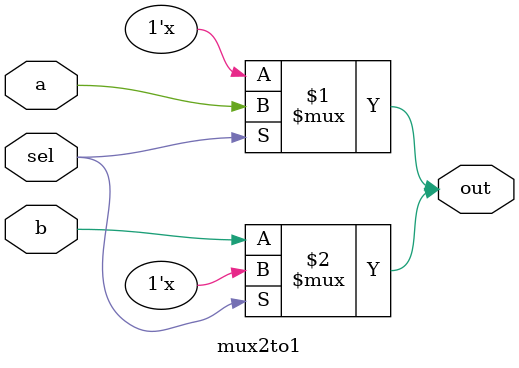
<source format=v>
module mux2to1(a,b,sel,out);
	input a,b,sel;
	output out;
	tri out;
	bufif1 (out,a,sel);
	bufif0 (out,b,sel);
endmodule
</source>
